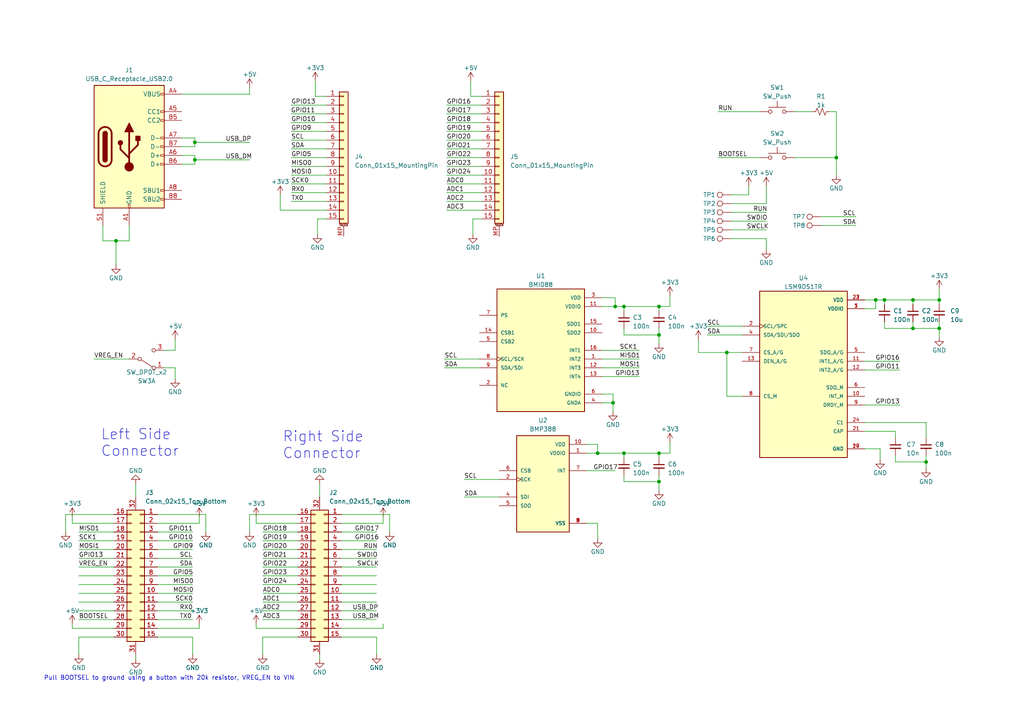
<source format=kicad_sch>
(kicad_sch (version 20230121) (generator eeschema)
  (paper "A4")
  (lib_symbols
    (symbol "BMI088:BMI088" (pin_names (offset 1.016))
      (property "Reference" "U" (at -12.7 18.415 0))
      (property "Value" "BMI088" (at -12.7 -20.32 0))
      (symbol "BMI088_0_0"
        (rectangle (start -12.7 -17.78) (end 12.7 17.78) (stroke (width 0.254)) (fill (type background)))
        (pin bidirectional line (at 17.78 -2.54 180) (length 5.08) (name "INT2") (number "1"))
        (pin output line (at 17.78 5.08 180) (length 5.08) (name "SDO2") (number "10"))
        (pin power_in line (at 17.78 12.7 180) (length 5.08) (name "VDDIO") (number "11"))
        (pin bidirectional line (at 17.78 -5.08 180) (length 5.08) (name "INT3") (number "12"))
        (pin bidirectional line (at 17.78 -7.62 180) (length 5.08) (name "INT4") (number "13"))
        (pin input line (at -17.78 5.08 0) (length 5.08) (name "CSB1") (number "14"))
        (pin output line (at 17.78 7.62 180) (length 5.08) (name "SDO1") (number "15"))
        (pin bidirectional line (at 17.78 0 180) (length 5.08) (name "INT1") (number "16"))
        (pin passive line (at -17.78 -10.16 0) (length 5.08) (name "NC") (number "2"))
        (pin power_in line (at 17.78 15.24 180) (length 5.08) (name "VDD") (number "3"))
        (pin power_in line (at 17.78 -15.24 180) (length 5.08) (name "GNDA") (number "4"))
        (pin input line (at -17.78 2.54 0) (length 5.08) (name "CSB2") (number "5"))
        (pin power_in line (at 17.78 -12.7 180) (length 5.08) (name "GNDIO") (number "6"))
        (pin input line (at -17.78 10.16 0) (length 5.08) (name "PS") (number "7"))
        (pin input clock (at -17.78 -2.54 0) (length 5.08) (name "SCL/SCK") (number "8"))
        (pin bidirectional line (at -17.78 -5.08 0) (length 5.08) (name "SDA/SDI") (number "9"))
      )
    )
    (symbol "BMP388:BMP388" (pin_names (offset 1.016))
      (property "Reference" "U" (at -7.6281 15.2562 0))
      (property "Value" "BMP388" (at -7.6268 -15.2536 0))
      (symbol "BMP388_0_0"
        (rectangle (start -7.62 -12.7) (end 7.62 15.24) (stroke (width 0.254)) (fill (type background)))
        (pin power_in line (at 12.7 10.16 180) (length 5.08) (name "VDDIO") (number "1"))
        (pin power_in line (at 12.7 12.7 180) (length 5.08) (name "VDD") (number "10"))
        (pin input clock (at -12.7 2.54 0) (length 5.08) (name "SCK") (number "2"))
        (pin power_in line (at 12.7 -10.16 180) (length 5.08) (name "VSS") (number "3"))
        (pin bidirectional line (at -12.7 -2.54 0) (length 5.08) (name "SDI") (number "4"))
        (pin bidirectional line (at -12.7 -5.08 0) (length 5.08) (name "SDO") (number "5"))
        (pin input line (at -12.7 5.08 0) (length 5.08) (name "CSB") (number "6"))
        (pin output line (at 12.7 5.08 180) (length 5.08) (name "INT") (number "7"))
        (pin power_in line (at 12.7 -10.16 180) (length 5.08) (name "VSS") (number "8"))
        (pin power_in line (at 12.7 -10.16 180) (length 5.08) (name "VSS") (number "9"))
      )
    )
    (symbol "Connector:TestPoint" (pin_numbers hide) (pin_names (offset 0.762) hide)
      (property "Reference" "TP" (at 0 6.858 0))
      (property "Value" "TestPoint" (at 0 5.08 0))
      (symbol "TestPoint_0_1"
        (circle (center 0 3.302) (radius 0.762))
      )
      (symbol "TestPoint_1_1"
        (pin passive line (at 0 0 90) (length 2.54) (name "1") (number "1"))
      )
    )
    (symbol "Connector:USB_C_Receptacle_USB2.0" (pin_names (offset 1.016))
      (property "Reference" "J" (at -10.16 19.05 0))
      (property "Value" "USB_C_Receptacle_USB2.0" (at 19.05 19.05 0))
      (symbol "USB_C_Receptacle_USB2.0_0_0"
        (rectangle (start -0.254 -17.78) (end 0.254 -16.764))
        (rectangle (start 10.16 -14.986) (end 9.144 -15.494))
        (rectangle (start 10.16 -12.446) (end 9.144 -12.954))
        (rectangle (start 10.16 -4.826) (end 9.144 -5.334))
        (rectangle (start 10.16 -2.286) (end 9.144 -2.794))
        (rectangle (start 10.16 0.254) (end 9.144 -0.254))
        (rectangle (start 10.16 2.794) (end 9.144 2.286))
        (rectangle (start 10.16 7.874) (end 9.144 7.366))
        (rectangle (start 10.16 10.414) (end 9.144 9.906))
        (rectangle (start 10.16 15.494) (end 9.144 14.986))
      )
      (symbol "USB_C_Receptacle_USB2.0_0_1"
        (rectangle (start -10.16 17.78) (end 10.16 -17.78) (stroke (width 0.254)) (fill (type background)))
        (arc (start -8.89 -3.81) (mid -6.985 -5.7067) (end -5.08 -3.81) (stroke (width 0.508)))
        (arc (start -7.62 -3.81) (mid -6.985 -4.4423) (end -6.35 -3.81) (stroke (width 0.254)))
        (arc (start -7.62 -3.81) (mid -6.985 -4.4423) (end -6.35 -3.81) (stroke (width 0.254)) (fill (type outline)))
        (rectangle (start -7.62 -3.81) (end -6.35 3.81) (stroke (width 0.254)) (fill (type outline)))
        (arc (start -6.35 3.81) (mid -6.985 4.4423) (end -7.62 3.81) (stroke (width 0.254)))
        (arc (start -6.35 3.81) (mid -6.985 4.4423) (end -7.62 3.81) (stroke (width 0.254)) (fill (type outline)))
        (arc (start -5.08 3.81) (mid -6.985 5.7067) (end -8.89 3.81) (stroke (width 0.508)))
        (circle (center -2.54 1.143) (radius 0.635) (stroke (width 0.254)) (fill (type outline)))
        (circle (center 0 -5.842) (radius 1.27) (fill (type outline)))
        (polyline (pts (xy -8.89 -3.81) (xy -8.89 3.81)) (stroke (width 0.508)))
        (polyline (pts (xy -5.08 3.81) (xy -5.08 -3.81)) (stroke (width 0.508)))
        (polyline (pts (xy 0 -5.842) (xy 0 4.318)) (stroke (width 0.508)))
        (polyline (pts (xy 0 -3.302) (xy -2.54 -0.762) (xy -2.54 0.508)) (stroke (width 0.508)))
        (polyline (pts (xy 0 -2.032) (xy 2.54 0.508) (xy 2.54 1.778)) (stroke (width 0.508)))
        (polyline (pts (xy -1.27 4.318) (xy 0 6.858) (xy 1.27 4.318) (xy -1.27 4.318)) (stroke (width 0.254)) (fill (type outline)))
        (rectangle (start 1.905 1.778) (end 3.175 3.048) (stroke (width 0.254)) (fill (type outline)))
      )
      (symbol "USB_C_Receptacle_USB2.0_1_1"
        (pin passive line (at 0 -22.86 90) (length 5.08) (name "GND") (number "A1"))
        (pin passive line (at 0 -22.86 90) (length 5.08) hide (name "GND") (number "A12"))
        (pin passive line (at 15.24 15.24 180) (length 5.08) (name "VBUS") (number "A4"))
        (pin bidirectional line (at 15.24 10.16 180) (length 5.08) (name "CC1") (number "A5"))
        (pin bidirectional line (at 15.24 -2.54 180) (length 5.08) (name "D+") (number "A6"))
        (pin bidirectional line (at 15.24 2.54 180) (length 5.08) (name "D-") (number "A7"))
        (pin bidirectional line (at 15.24 -12.7 180) (length 5.08) (name "SBU1") (number "A8"))
        (pin passive line (at 15.24 15.24 180) (length 5.08) hide (name "VBUS") (number "A9"))
        (pin passive line (at 0 -22.86 90) (length 5.08) hide (name "GND") (number "B1"))
        (pin passive line (at 0 -22.86 90) (length 5.08) hide (name "GND") (number "B12"))
        (pin passive line (at 15.24 15.24 180) (length 5.08) hide (name "VBUS") (number "B4"))
        (pin bidirectional line (at 15.24 7.62 180) (length 5.08) (name "CC2") (number "B5"))
        (pin bidirectional line (at 15.24 -5.08 180) (length 5.08) (name "D+") (number "B6"))
        (pin bidirectional line (at 15.24 0 180) (length 5.08) (name "D-") (number "B7"))
        (pin bidirectional line (at 15.24 -15.24 180) (length 5.08) (name "SBU2") (number "B8"))
        (pin passive line (at 15.24 15.24 180) (length 5.08) hide (name "VBUS") (number "B9"))
        (pin passive line (at -7.62 -22.86 90) (length 5.08) (name "SHIELD") (number "S1"))
      )
    )
    (symbol "Connector_Generic_MountingPin:Conn_01x15_MountingPin" (pin_names (offset 1.016) hide)
      (property "Reference" "J" (at 0 20.32 0))
      (property "Value" "Conn_01x15_MountingPin" (at 1.27 -20.32 0))
      (symbol "Conn_01x15_MountingPin_1_1"
        (rectangle (start -1.27 -17.653) (end 0 -17.907) (stroke (width 0.1524)))
        (rectangle (start -1.27 -15.113) (end 0 -15.367) (stroke (width 0.1524)))
        (rectangle (start -1.27 -12.573) (end 0 -12.827) (stroke (width 0.1524)))
        (rectangle (start -1.27 -10.033) (end 0 -10.287) (stroke (width 0.1524)))
        (rectangle (start -1.27 -7.493) (end 0 -7.747) (stroke (width 0.1524)))
        (rectangle (start -1.27 -4.953) (end 0 -5.207) (stroke (width 0.1524)))
        (rectangle (start -1.27 -2.413) (end 0 -2.667) (stroke (width 0.1524)))
        (rectangle (start -1.27 0.127) (end 0 -0.127) (stroke (width 0.1524)))
        (rectangle (start -1.27 2.667) (end 0 2.413) (stroke (width 0.1524)))
        (rectangle (start -1.27 5.207) (end 0 4.953) (stroke (width 0.1524)))
        (rectangle (start -1.27 7.747) (end 0 7.493) (stroke (width 0.1524)))
        (rectangle (start -1.27 10.287) (end 0 10.033) (stroke (width 0.1524)))
        (rectangle (start -1.27 12.827) (end 0 12.573) (stroke (width 0.1524)))
        (rectangle (start -1.27 15.367) (end 0 15.113) (stroke (width 0.1524)))
        (rectangle (start -1.27 17.907) (end 0 17.653) (stroke (width 0.1524)))
        (rectangle (start -1.27 19.05) (end 1.27 -19.05) (stroke (width 0.254)) (fill (type background)))
        (polyline (pts (xy -1.016 -19.812) (xy 1.016 -19.812)) (stroke (width 0.1524)))
        (text "Mounting" (at 0 -19.431 0) (effects (font (size 0.381 0.381))))
        (pin passive line (at -5.08 17.78 0) (length 3.81) (name "Pin_1") (number "1"))
        (pin passive line (at -5.08 -5.08 0) (length 3.81) (name "Pin_10") (number "10"))
        (pin passive line (at -5.08 -7.62 0) (length 3.81) (name "Pin_11") (number "11"))
        (pin passive line (at -5.08 -10.16 0) (length 3.81) (name "Pin_12") (number "12"))
        (pin passive line (at -5.08 -12.7 0) (length 3.81) (name "Pin_13") (number "13"))
        (pin passive line (at -5.08 -15.24 0) (length 3.81) (name "Pin_14") (number "14"))
        (pin passive line (at -5.08 -17.78 0) (length 3.81) (name "Pin_15") (number "15"))
        (pin passive line (at -5.08 15.24 0) (length 3.81) (name "Pin_2") (number "2"))
        (pin passive line (at -5.08 12.7 0) (length 3.81) (name "Pin_3") (number "3"))
        (pin passive line (at -5.08 10.16 0) (length 3.81) (name "Pin_4") (number "4"))
        (pin passive line (at -5.08 7.62 0) (length 3.81) (name "Pin_5") (number "5"))
        (pin passive line (at -5.08 5.08 0) (length 3.81) (name "Pin_6") (number "6"))
        (pin passive line (at -5.08 2.54 0) (length 3.81) (name "Pin_7") (number "7"))
        (pin passive line (at -5.08 0 0) (length 3.81) (name "Pin_8") (number "8"))
        (pin passive line (at -5.08 -2.54 0) (length 3.81) (name "Pin_9") (number "9"))
        (pin passive line (at 0 -22.86 90) (length 3.048) (name "MountPin") (number "MP"))
      )
    )
    (symbol "Customs_Connectors:Conn_02x15_Top_Bottom" (pin_names (offset 1.016) hide)
      (property "Reference" "J" (at 2.54 20.32 0))
      (property "Value" "Conn_02x15_Top_Bottom" (at 1.27 -20.32 0))
      (symbol "Conn_02x15_Top_Bottom_1_1"
        (rectangle (start -1.27 -19.05) (end 3.81 19.05) (stroke (width 0.254)) (fill (type background)))
        (rectangle (start 0 -17.907) (end -1.27 -17.653) (stroke (width 0.1524)))
        (rectangle (start 0 -15.367) (end -1.27 -15.113) (stroke (width 0.1524)))
        (rectangle (start 0 -12.827) (end -1.27 -12.573) (stroke (width 0.1524)))
        (rectangle (start 0 -10.287) (end -1.27 -10.033) (stroke (width 0.1524)))
        (rectangle (start 0 -7.747) (end -1.27 -7.493) (stroke (width 0.1524)))
        (rectangle (start 0 -5.207) (end -1.27 -4.953) (stroke (width 0.1524)))
        (rectangle (start 0 -2.667) (end -1.27 -2.413) (stroke (width 0.1524)))
        (rectangle (start 0 -0.127) (end -1.27 0.127) (stroke (width 0.1524)))
        (rectangle (start 0 2.413) (end -1.27 2.667) (stroke (width 0.1524)))
        (rectangle (start 0 4.953) (end -1.27 5.207) (stroke (width 0.1524)))
        (rectangle (start 0 7.493) (end -1.27 7.747) (stroke (width 0.1524)))
        (rectangle (start 0 10.033) (end -1.27 10.287) (stroke (width 0.1524)))
        (rectangle (start 0 12.573) (end -1.27 12.827) (stroke (width 0.1524)))
        (rectangle (start 0 15.113) (end -1.27 15.367) (stroke (width 0.1524)))
        (rectangle (start 0 17.653) (end -1.27 17.907) (stroke (width 0.1524)))
        (rectangle (start 2.54 -17.907) (end 3.81 -17.653) (stroke (width 0.1524)))
        (rectangle (start 2.54 -15.367) (end 3.81 -15.113) (stroke (width 0.1524)))
        (rectangle (start 2.54 -12.827) (end 3.81 -12.573) (stroke (width 0.1524)))
        (rectangle (start 2.54 -10.287) (end 3.81 -10.033) (stroke (width 0.1524)))
        (rectangle (start 2.54 -7.747) (end 3.81 -7.493) (stroke (width 0.1524)))
        (rectangle (start 2.54 -5.207) (end 3.81 -4.953) (stroke (width 0.1524)))
        (rectangle (start 2.54 -2.667) (end 3.81 -2.413) (stroke (width 0.1524)))
        (rectangle (start 2.54 -0.127) (end 3.81 0.127) (stroke (width 0.1524)))
        (rectangle (start 2.54 2.413) (end 3.81 2.667) (stroke (width 0.1524)))
        (rectangle (start 2.54 4.953) (end 3.81 5.207) (stroke (width 0.1524)))
        (rectangle (start 2.54 7.493) (end 3.81 7.747) (stroke (width 0.1524)))
        (rectangle (start 2.54 10.033) (end 3.81 10.287) (stroke (width 0.1524)))
        (rectangle (start 2.54 12.573) (end 3.81 12.827) (stroke (width 0.1524)))
        (rectangle (start 2.54 15.113) (end 3.81 15.367) (stroke (width 0.1524)))
        (rectangle (start 2.54 17.653) (end 3.81 17.907) (stroke (width 0.1524)))
        (pin passive line (at 7.62 17.78 180) (length 3.81) (name "Pin_1") (number "1"))
        (pin passive line (at 7.62 -5.08 180) (length 3.81) (name "Pin_10") (number "10"))
        (pin passive line (at 7.62 -7.62 180) (length 3.81) (name "Pin_11") (number "11"))
        (pin passive line (at 7.62 -10.16 180) (length 3.81) (name "Pin_12") (number "12"))
        (pin passive line (at 7.62 -12.7 180) (length 3.81) (name "Pin_13") (number "13"))
        (pin passive line (at 7.62 -15.24 180) (length 3.81) (name "Pin_14") (number "14"))
        (pin passive line (at 7.62 -17.78 180) (length 3.81) (name "Pin_15") (number "15"))
        (pin passive line (at -5.08 17.78 0) (length 3.81) (name "Pin_16") (number "16"))
        (pin passive line (at -5.08 15.24 0) (length 3.81) (name "Pin_17") (number "17"))
        (pin passive line (at -5.08 12.7 0) (length 3.81) (name "Pin_18") (number "18"))
        (pin passive line (at -5.08 10.16 0) (length 3.81) (name "Pin_19") (number "19"))
        (pin passive line (at 7.62 15.24 180) (length 3.81) (name "Pin_2") (number "2"))
        (pin passive line (at -5.08 7.62 0) (length 3.81) (name "Pin_20") (number "20"))
        (pin passive line (at -5.08 5.08 0) (length 3.81) (name "Pin_21") (number "21"))
        (pin passive line (at -5.08 2.54 0) (length 3.81) (name "Pin_22") (number "22"))
        (pin passive line (at -5.08 0 0) (length 3.81) (name "Pin_23") (number "23"))
        (pin passive line (at -5.08 -2.54 0) (length 3.81) (name "Pin_24") (number "24"))
        (pin passive line (at -5.08 -5.08 0) (length 3.81) (name "Pin_25") (number "25"))
        (pin passive line (at -5.08 -7.62 0) (length 3.81) (name "Pin_26") (number "26"))
        (pin passive line (at -5.08 -10.16 0) (length 3.81) (name "Pin_27") (number "27"))
        (pin passive line (at -5.08 -12.7 0) (length 3.81) (name "Pin_28") (number "28"))
        (pin passive line (at -5.08 -15.24 0) (length 3.81) (name "Pin_29") (number "29"))
        (pin passive line (at 7.62 12.7 180) (length 3.81) (name "Pin_3") (number "3"))
        (pin passive line (at -5.08 -17.78 0) (length 3.81) (name "Pin_30") (number "30"))
        (pin passive line (at 1.27 -22.86 90) (length 3.81) (name "Pin_30") (number "31"))
        (pin passive line (at 1.27 22.86 270) (length 3.81) (name "Pin_30") (number "32"))
        (pin passive line (at 7.62 10.16 180) (length 3.81) (name "Pin_4") (number "4"))
        (pin passive line (at 7.62 7.62 180) (length 3.81) (name "Pin_5") (number "5"))
        (pin passive line (at 7.62 5.08 180) (length 3.81) (name "Pin_6") (number "6"))
        (pin passive line (at 7.62 2.54 180) (length 3.81) (name "Pin_7") (number "7"))
        (pin passive line (at 7.62 0 180) (length 3.81) (name "Pin_8") (number "8"))
        (pin passive line (at 7.62 -2.54 180) (length 3.81) (name "Pin_9") (number "9"))
      )
    )
    (symbol "Device:C_Small" (pin_numbers hide) (pin_names (offset 0.254) hide)
      (property "Reference" "C" (at 0.254 1.778 0))
      (property "Value" "C_Small" (at 0.254 -2.032 0))
      (symbol "C_Small_0_1"
        (polyline (pts (xy -1.524 -0.508) (xy 1.524 -0.508)) (stroke (width 0.3302)))
        (polyline (pts (xy -1.524 0.508) (xy 1.524 0.508)) (stroke (width 0.3048)))
      )
      (symbol "C_Small_1_1"
        (pin passive line (at 0 2.54 270) (length 2.032) (name "~") (number "1"))
        (pin passive line (at 0 -2.54 90) (length 2.032) (name "~") (number "2"))
      )
    )
    (symbol "Device:R_Small_US" (pin_numbers hide) (pin_names (offset 0.254) hide)
      (property "Reference" "R" (at 0.762 0.508 0))
      (property "Value" "R_Small_US" (at 0.762 -1.016 0))
      (symbol "R_Small_US_1_1"
        (polyline (pts (xy 0 0) (xy 1.016 -0.381) (xy 0 -0.762) (xy -1.016 -1.143) (xy 0 -1.524)))
        (polyline (pts (xy 0 1.524) (xy 1.016 1.143) (xy 0 0.762) (xy -1.016 0.381) (xy 0 0)))
        (pin passive line (at 0 2.54 270) (length 1.016) (name "~") (number "1"))
        (pin passive line (at 0 -2.54 90) (length 1.016) (name "~") (number "2"))
      )
    )
    (symbol "LSM9DS1TR:LSM9DS1TR" (pin_names (offset 1.016))
      (property "Reference" "U" (at -12.7213 26.0786 0))
      (property "Value" "LSM9DS1TR" (at -12.7214 -25.4427 0))
      (symbol "LSM9DS1TR_0_0"
        (rectangle (start -12.7 -22.86) (end 12.7 25.4) (stroke (width 0.254)) (fill (type background)))
        (pin power_in line (at 17.78 20.32 180) (length 5.08) (name "VDDIO") (number "1"))
        (pin output line (at 17.78 -5.08 180) (length 5.08) (name "INT_M") (number "10"))
        (pin output line (at 17.78 5.08 180) (length 5.08) (name "INT1_A/G") (number "11"))
        (pin output line (at 17.78 2.54 180) (length 5.08) (name "INT2_A/G") (number "12"))
        (pin input line (at -17.78 5.08 0) (length 5.08) (name "DEN_A/G") (number "13"))
        (pin power_in line (at 17.78 -20.32 180) (length 5.08) (name "GND") (number "19"))
        (pin input clock (at -17.78 15.24 0) (length 5.08) (name "SCL/SPC") (number "2"))
        (pin power_in line (at 17.78 -20.32 180) (length 5.08) (name "GND") (number "20"))
        (pin passive line (at 17.78 -15.24 180) (length 5.08) (name "CAP") (number "21"))
        (pin power_in line (at 17.78 22.86 180) (length 5.08) (name "VDD") (number "22"))
        (pin power_in line (at 17.78 22.86 180) (length 5.08) (name "VDD") (number "23"))
        (pin passive line (at 17.78 -12.7 180) (length 5.08) (name "C1") (number "24"))
        (pin power_in line (at 17.78 20.32 180) (length 5.08) (name "VDDIO") (number "3"))
        (pin bidirectional line (at -17.78 12.7 0) (length 5.08) (name "SDA/SDI/SDO") (number "4"))
        (pin output line (at 17.78 7.62 180) (length 5.08) (name "SDO_A/G") (number "5"))
        (pin output line (at 17.78 -2.54 180) (length 5.08) (name "SDO_M") (number "6"))
        (pin input line (at -17.78 7.62 0) (length 5.08) (name "CS_A/G") (number "7"))
        (pin input line (at -17.78 -5.08 0) (length 5.08) (name "CS_M") (number "8"))
        (pin output line (at 17.78 -7.62 180) (length 5.08) (name "DRDY_M") (number "9"))
      )
    )
    (symbol "Switch:SW_DPDT_x2" (pin_names (offset 0) hide)
      (property "Reference" "SW" (at 0 4.318 0))
      (property "Value" "SW_DPDT_x2" (at 0 -5.08 0))
      (symbol "SW_DPDT_x2_0_0"
        (circle (center -2.032 0) (radius 0.508))
        (circle (center 2.032 -2.54) (radius 0.508))
      )
      (symbol "SW_DPDT_x2_0_1"
        (polyline (pts (xy -1.524 0.254) (xy 1.651 2.286)))
        (circle (center 2.032 2.54) (radius 0.508))
      )
      (symbol "SW_DPDT_x2_1_1"
        (pin passive line (at 5.08 2.54 180) (length 2.54) (name "A") (number "1"))
        (pin passive line (at -5.08 0 0) (length 2.54) (name "B") (number "2"))
        (pin passive line (at 5.08 -2.54 180) (length 2.54) (name "C") (number "3"))
      )
      (symbol "SW_DPDT_x2_2_1"
        (pin passive line (at 5.08 2.54 180) (length 2.54) (name "A") (number "4"))
        (pin passive line (at -5.08 0 0) (length 2.54) (name "B") (number "5"))
        (pin passive line (at 5.08 -2.54 180) (length 2.54) (name "C") (number "6"))
      )
    )
    (symbol "Switch:SW_Push" (pin_numbers hide) (pin_names (offset 1.016) hide)
      (property "Reference" "SW" (at 1.27 2.54 0))
      (property "Value" "SW_Push" (at 0 -1.524 0))
      (symbol "SW_Push_0_1"
        (circle (center -2.032 0) (radius 0.508))
        (polyline (pts (xy 0 1.27) (xy 0 3.048)))
        (polyline (pts (xy 2.54 1.27) (xy -2.54 1.27)))
        (circle (center 2.032 0) (radius 0.508))
        (pin passive line (at -5.08 0 0) (length 2.54) (name "1") (number "1"))
        (pin passive line (at 5.08 0 180) (length 2.54) (name "2") (number "2"))
      )
    )
    (symbol "power:+3.3V" (power) (pin_names (offset 0))
      (property "Value" "+3.3V" (at 0 3.556 0))
      (symbol "+3.3V_0_1"
        (polyline (pts (xy -0.762 1.27) (xy 0 2.54)))
        (polyline (pts (xy 0 0) (xy 0 2.54)))
        (polyline (pts (xy 0 2.54) (xy 0.762 1.27)))
      )
      (symbol "+3.3V_1_1"
        (pin power_in line (at 0 0 90) (length 0) hide (name "+3V3") (number "1"))
      )
    )
    (symbol "power:+5V" (power) (pin_names (offset 0))
      (property "Value" "+5V" (at 0 3.556 0))
      (symbol "+5V_0_1"
        (polyline (pts (xy -0.762 1.27) (xy 0 2.54)))
        (polyline (pts (xy 0 0) (xy 0 2.54)))
        (polyline (pts (xy 0 2.54) (xy 0.762 1.27)))
      )
      (symbol "+5V_1_1"
        (pin power_in line (at 0 0 90) (length 0) hide (name "+5V") (number "1"))
      )
    )
    (symbol "power:GND" (power) (pin_names (offset 0))
      (property "Value" "GND" (at 0 -3.81 0))
      (symbol "GND_0_1"
        (polyline (pts (xy 0 0) (xy 0 -1.27) (xy 1.27 -1.27) (xy 0 -2.54) (xy -1.27 -1.27) (xy 0 -1.27)))
      )
      (symbol "GND_1_1"
        (pin power_in line (at 0 0 270) (length 0) hide (name "GND") (number "1"))
      )
    )
  )
  (junction (at 264.795 95.25))
  (junction (at 177.8 116.84))
  (junction (at 210.82 102.235))
  (junction (at 242.57 45.72))
  (junction (at 33.655 69.85))
  (junction (at 268.605 133.985))
  (junction (at 256.54 86.995))
  (junction (at 178.435 88.9))
  (junction (at 180.975 131.445))
  (junction (at 191.135 88.9))
  (junction (at 173.355 131.445))
  (junction (at 191.135 139.7))
  (junction (at 191.135 97.155))
  (junction (at 254 86.995))
  (junction (at 272.415 86.995))
  (junction (at 272.415 95.25))
  (junction (at 191.135 131.445))
  (junction (at 264.795 86.995))
  (junction (at 180.975 88.9))
  (junction (at 56.515 46.355))
  (junction (at 56.515 41.275))
  (wire (pts (xy 56.515 42.545) (xy 56.515 41.275)))
  (wire (pts (xy 250.825 130.175) (xy 255.27 130.175)))
  (wire (pts (xy 217.17 53.975) (xy 217.17 56.515)))
  (wire (pts (xy 174.625 104.14) (xy 185.42 104.14)))
  (wire (pts (xy 134.62 139.065) (xy 144.78 139.065)))
  (wire (pts (xy 20.955 182.245) (xy 33.02 182.245)))
  (wire (pts (xy 240.665 32.385) (xy 242.57 32.385)))
  (wire (pts (xy 20.955 151.765) (xy 33.02 151.765)))
  (wire (pts (xy 91.44 27.94) (xy 94.615 27.94)))
  (wire (pts (xy 99.06 177.165) (xy 109.22 177.165)))
  (wire (pts (xy 22.86 156.845) (xy 33.02 156.845)))
  (wire (pts (xy 74.295 182.245) (xy 86.36 182.245)))
  (wire (pts (xy 210.82 114.935) (xy 215.265 114.935)))
  (wire (pts (xy 57.785 149.86) (xy 57.785 151.765)))
  (wire (pts (xy 81.28 56.515) (xy 81.28 60.96)))
  (wire (pts (xy 254 86.995) (xy 254 89.535)))
  (wire (pts (xy 56.515 46.355) (xy 72.39 46.355)))
  (wire (pts (xy 52.705 27.305) (xy 72.39 27.305)))
  (wire (pts (xy 45.72 179.705) (xy 55.88 179.705)))
  (wire (pts (xy 111.125 149.86) (xy 111.125 151.765)))
  (wire (pts (xy 99.06 179.705) (xy 109.22 179.705)))
  (wire (pts (xy 128.905 104.14) (xy 139.065 104.14)))
  (wire (pts (xy 76.2 167.005) (xy 86.36 167.005)))
  (wire (pts (xy 39.37 189.865) (xy 39.37 191.135)))
  (wire (pts (xy 22.86 164.465) (xy 33.02 164.465)))
  (wire (pts (xy 76.2 184.785) (xy 86.36 184.785)))
  (wire (pts (xy 76.2 174.625) (xy 86.36 174.625)))
  (wire (pts (xy 45.72 172.085) (xy 55.88 172.085)))
  (wire (pts (xy 22.86 161.925) (xy 33.02 161.925)))
  (wire (pts (xy 194.31 85.725) (xy 194.31 88.9)))
  (wire (pts (xy 250.825 122.555) (xy 268.605 122.555)))
  (wire (pts (xy 52.705 42.545) (xy 56.515 42.545)))
  (wire (pts (xy 19.05 149.225) (xy 33.02 149.225)))
  (wire (pts (xy 205.105 94.615) (xy 215.265 94.615)))
  (wire (pts (xy 129.54 50.8) (xy 139.7 50.8)))
  (wire (pts (xy 177.8 116.84) (xy 177.8 119.38)))
  (wire (pts (xy 250.825 125.095) (xy 259.715 125.095)))
  (wire (pts (xy 94.615 60.96) (xy 81.28 60.96)))
  (wire (pts (xy 170.18 128.905) (xy 173.355 128.905)))
  (wire (pts (xy 76.2 172.085) (xy 86.36 172.085)))
  (wire (pts (xy 45.72 182.245) (xy 57.785 182.245)))
  (wire (pts (xy 212.09 66.675) (xy 222.25 66.675)))
  (wire (pts (xy 272.415 83.82) (xy 272.415 86.995)))
  (wire (pts (xy 191.135 131.445) (xy 191.135 132.715)))
  (wire (pts (xy 50.8 98.425) (xy 50.8 101.6)))
  (wire (pts (xy 191.135 139.7) (xy 191.135 137.795)))
  (wire (pts (xy 178.435 88.9) (xy 178.435 86.36)))
  (wire (pts (xy 99.06 167.005) (xy 109.22 167.005)))
  (wire (pts (xy 173.355 151.765) (xy 173.355 156.21)))
  (wire (pts (xy 99.06 149.225) (xy 113.03 149.225)))
  (wire (pts (xy 173.355 131.445) (xy 180.975 131.445)))
  (wire (pts (xy 202.565 102.235) (xy 210.82 102.235)))
  (wire (pts (xy 256.54 86.995) (xy 264.795 86.995)))
  (wire (pts (xy 45.72 159.385) (xy 55.88 159.385)))
  (wire (pts (xy 254 86.995) (xy 256.54 86.995)))
  (wire (pts (xy 174.625 109.22) (xy 185.42 109.22)))
  (wire (pts (xy 212.09 61.595) (xy 222.25 61.595)))
  (wire (pts (xy 178.435 88.9) (xy 180.975 88.9)))
  (wire (pts (xy 22.86 154.305) (xy 33.02 154.305)))
  (wire (pts (xy 92.71 189.865) (xy 92.71 191.135)))
  (wire (pts (xy 129.54 48.26) (xy 139.7 48.26)))
  (wire (pts (xy 242.57 45.72) (xy 242.57 50.8)))
  (wire (pts (xy 76.2 164.465) (xy 86.36 164.465)))
  (wire (pts (xy 37.465 69.85) (xy 33.655 69.85)))
  (wire (pts (xy 191.135 97.155) (xy 191.135 95.25)))
  (wire (pts (xy 180.975 88.9) (xy 180.975 90.17)))
  (wire (pts (xy 170.18 136.525) (xy 178.435 136.525)))
  (wire (pts (xy 129.54 53.34) (xy 139.7 53.34)))
  (wire (pts (xy 136.525 23.495) (xy 136.525 27.94)))
  (wire (pts (xy 27.305 104.14) (xy 37.465 104.14)))
  (wire (pts (xy 208.28 32.385) (xy 220.345 32.385)))
  (wire (pts (xy 174.625 101.6) (xy 185.42 101.6)))
  (wire (pts (xy 202.565 98.425) (xy 202.565 102.235)))
  (wire (pts (xy 264.795 95.25) (xy 264.795 93.345)))
  (wire (pts (xy 76.2 179.705) (xy 86.36 179.705)))
  (wire (pts (xy 22.86 169.545) (xy 33.02 169.545)))
  (wire (pts (xy 99.06 172.085) (xy 109.22 172.085)))
  (wire (pts (xy 37.465 65.405) (xy 37.465 69.85)))
  (wire (pts (xy 33.655 69.85) (xy 33.655 76.835)))
  (wire (pts (xy 84.455 40.64) (xy 94.615 40.64)))
  (wire (pts (xy 76.2 177.165) (xy 86.36 177.165)))
  (wire (pts (xy 180.975 139.7) (xy 191.135 139.7)))
  (wire (pts (xy 230.505 32.385) (xy 235.585 32.385)))
  (wire (pts (xy 84.455 50.8) (xy 94.615 50.8)))
  (wire (pts (xy 56.515 41.275) (xy 56.515 40.005)))
  (wire (pts (xy 45.72 154.305) (xy 55.88 154.305)))
  (wire (pts (xy 55.88 184.785) (xy 55.88 189.865)))
  (wire (pts (xy 129.54 30.48) (xy 139.7 30.48)))
  (wire (pts (xy 180.975 95.25) (xy 180.975 97.155)))
  (wire (pts (xy 99.06 154.305) (xy 109.22 154.305)))
  (wire (pts (xy 74.295 149.86) (xy 74.295 151.765)))
  (wire (pts (xy 99.06 161.925) (xy 109.22 161.925)))
  (wire (pts (xy 129.54 43.18) (xy 139.7 43.18)))
  (wire (pts (xy 91.44 23.495) (xy 91.44 27.94)))
  (wire (pts (xy 84.455 45.72) (xy 94.615 45.72)))
  (wire (pts (xy 47.625 101.6) (xy 50.8 101.6)))
  (wire (pts (xy 272.415 95.25) (xy 272.415 97.79)))
  (wire (pts (xy 170.18 131.445) (xy 173.355 131.445)))
  (wire (pts (xy 136.525 27.94) (xy 139.7 27.94)))
  (wire (pts (xy 177.8 114.3) (xy 177.8 116.84)))
  (wire (pts (xy 84.455 43.18) (xy 94.615 43.18)))
  (wire (pts (xy 215.265 102.235) (xy 210.82 102.235)))
  (wire (pts (xy 84.455 35.56) (xy 94.615 35.56)))
  (wire (pts (xy 99.06 182.245) (xy 111.125 182.245)))
  (wire (pts (xy 174.625 86.36) (xy 178.435 86.36)))
  (wire (pts (xy 76.2 154.305) (xy 86.36 154.305)))
  (wire (pts (xy 238.125 62.865) (xy 248.285 62.865)))
  (wire (pts (xy 129.54 35.56) (xy 139.7 35.56)))
  (wire (pts (xy 230.505 45.72) (xy 242.57 45.72)))
  (wire (pts (xy 45.72 149.225) (xy 59.69 149.225)))
  (wire (pts (xy 272.415 86.995) (xy 272.415 88.265)))
  (wire (pts (xy 191.135 131.445) (xy 194.31 131.445)))
  (wire (pts (xy 99.06 156.845) (xy 109.22 156.845)))
  (wire (pts (xy 99.06 169.545) (xy 109.22 169.545)))
  (wire (pts (xy 76.2 156.845) (xy 86.36 156.845)))
  (wire (pts (xy 84.455 48.26) (xy 94.615 48.26)))
  (wire (pts (xy 99.06 151.765) (xy 111.125 151.765)))
  (wire (pts (xy 84.455 58.42) (xy 94.615 58.42)))
  (wire (pts (xy 268.605 122.555) (xy 268.605 127)))
  (wire (pts (xy 205.105 97.155) (xy 215.265 97.155)))
  (wire (pts (xy 84.455 38.1) (xy 94.615 38.1)))
  (wire (pts (xy 255.27 130.175) (xy 255.27 133.35)))
  (wire (pts (xy 259.715 132.08) (xy 259.715 133.985)))
  (wire (pts (xy 45.72 177.165) (xy 55.88 177.165)))
  (wire (pts (xy 111.125 182.245) (xy 111.125 180.975)))
  (wire (pts (xy 72.39 149.225) (xy 72.39 154.305)))
  (wire (pts (xy 129.54 60.96) (xy 139.7 60.96)))
  (wire (pts (xy 76.2 161.925) (xy 86.36 161.925)))
  (wire (pts (xy 260.985 104.775) (xy 250.825 104.775)))
  (wire (pts (xy 22.86 184.785) (xy 33.02 184.785)))
  (wire (pts (xy 22.86 172.085) (xy 33.02 172.085)))
  (wire (pts (xy 208.28 45.72) (xy 220.345 45.72)))
  (wire (pts (xy 20.955 149.86) (xy 20.955 151.765)))
  (wire (pts (xy 74.295 180.975) (xy 74.295 182.245)))
  (wire (pts (xy 45.72 164.465) (xy 55.88 164.465)))
  (wire (pts (xy 22.86 159.385) (xy 33.02 159.385)))
  (wire (pts (xy 57.785 182.245) (xy 57.785 180.975)))
  (wire (pts (xy 22.86 179.705) (xy 33.02 179.705)))
  (wire (pts (xy 174.625 116.84) (xy 177.8 116.84)))
  (wire (pts (xy 242.57 32.385) (xy 242.57 45.72)))
  (wire (pts (xy 45.72 161.925) (xy 55.88 161.925)))
  (wire (pts (xy 92.71 140.335) (xy 92.71 144.145)))
  (wire (pts (xy 259.715 125.095) (xy 259.715 127)))
  (wire (pts (xy 129.54 38.1) (xy 139.7 38.1)))
  (wire (pts (xy 76.2 169.545) (xy 86.36 169.545)))
  (wire (pts (xy 39.37 140.335) (xy 39.37 144.145)))
  (wire (pts (xy 45.72 184.785) (xy 55.88 184.785)))
  (wire (pts (xy 260.985 107.315) (xy 250.825 107.315)))
  (wire (pts (xy 264.795 86.995) (xy 272.415 86.995)))
  (wire (pts (xy 191.135 88.9) (xy 194.31 88.9)))
  (wire (pts (xy 129.54 40.64) (xy 139.7 40.64)))
  (wire (pts (xy 180.975 131.445) (xy 180.975 132.715)))
  (wire (pts (xy 29.845 69.85) (xy 29.845 65.405)))
  (wire (pts (xy 59.69 149.225) (xy 59.69 154.305)))
  (wire (pts (xy 56.515 45.085) (xy 56.515 46.355)))
  (wire (pts (xy 56.515 47.625) (xy 52.705 47.625)))
  (wire (pts (xy 264.795 86.995) (xy 264.795 88.265)))
  (wire (pts (xy 180.975 137.795) (xy 180.975 139.7)))
  (wire (pts (xy 94.615 33.02) (xy 84.455 33.02)))
  (wire (pts (xy 94.615 63.5) (xy 92.075 63.5)))
  (wire (pts (xy 45.72 167.005) (xy 55.88 167.005)))
  (wire (pts (xy 256.54 93.345) (xy 256.54 95.25)))
  (wire (pts (xy 134.62 144.145) (xy 144.78 144.145)))
  (wire (pts (xy 129.54 45.72) (xy 139.7 45.72)))
  (wire (pts (xy 128.905 106.68) (xy 139.065 106.68)))
  (wire (pts (xy 74.295 151.765) (xy 86.36 151.765)))
  (wire (pts (xy 268.605 133.985) (xy 268.605 135.89)))
  (wire (pts (xy 212.09 64.135) (xy 222.25 64.135)))
  (wire (pts (xy 45.72 156.845) (xy 55.88 156.845)))
  (wire (pts (xy 222.25 69.215) (xy 222.25 72.39)))
  (wire (pts (xy 191.135 97.155) (xy 191.135 99.695)))
  (wire (pts (xy 99.06 164.465) (xy 109.22 164.465)))
  (wire (pts (xy 109.22 184.785) (xy 109.22 189.865)))
  (wire (pts (xy 259.715 133.985) (xy 268.605 133.985)))
  (wire (pts (xy 272.415 93.345) (xy 272.415 95.25)))
  (wire (pts (xy 180.975 88.9) (xy 191.135 88.9)))
  (wire (pts (xy 56.515 46.355) (xy 56.515 47.625)))
  (wire (pts (xy 256.54 86.995) (xy 256.54 88.265)))
  (wire (pts (xy 194.31 128.27) (xy 194.31 131.445)))
  (wire (pts (xy 22.86 177.165) (xy 33.02 177.165)))
  (wire (pts (xy 84.455 55.88) (xy 94.615 55.88)))
  (wire (pts (xy 76.2 159.385) (xy 86.36 159.385)))
  (wire (pts (xy 129.54 58.42) (xy 139.7 58.42)))
  (wire (pts (xy 56.515 41.275) (xy 72.39 41.275)))
  (wire (pts (xy 45.72 174.625) (xy 55.88 174.625)))
  (wire (pts (xy 212.09 69.215) (xy 222.25 69.215)))
  (wire (pts (xy 137.16 63.5) (xy 137.16 67.945)))
  (wire (pts (xy 52.705 40.005) (xy 56.515 40.005)))
  (wire (pts (xy 222.25 53.975) (xy 222.25 59.055)))
  (wire (pts (xy 250.825 117.475) (xy 260.985 117.475)))
  (wire (pts (xy 33.655 69.85) (xy 29.845 69.85)))
  (wire (pts (xy 52.705 45.085) (xy 56.515 45.085)))
  (wire (pts (xy 174.625 88.9) (xy 178.435 88.9)))
  (wire (pts (xy 173.355 131.445) (xy 173.355 128.905)))
  (wire (pts (xy 254 89.535) (xy 250.825 89.535)))
  (wire (pts (xy 250.825 86.995) (xy 254 86.995)))
  (wire (pts (xy 99.06 184.785) (xy 109.22 184.785)))
  (wire (pts (xy 174.625 106.68) (xy 185.42 106.68)))
  (wire (pts (xy 99.06 159.385) (xy 109.22 159.385)))
  (wire (pts (xy 170.18 151.765) (xy 173.355 151.765)))
  (wire (pts (xy 212.09 59.055) (xy 222.25 59.055)))
  (wire (pts (xy 84.455 30.48) (xy 94.615 30.48)))
  (wire (pts (xy 113.03 149.225) (xy 113.03 154.305)))
  (wire (pts (xy 268.605 133.985) (xy 268.605 132.08)))
  (wire (pts (xy 20.955 180.975) (xy 20.955 182.245)))
  (wire (pts (xy 92.075 63.5) (xy 92.075 67.945)))
  (wire (pts (xy 180.975 131.445) (xy 191.135 131.445)))
  (wire (pts (xy 210.82 102.235) (xy 210.82 114.935)))
  (wire (pts (xy 72.39 25.4) (xy 72.39 27.305)))
  (wire (pts (xy 174.625 114.3) (xy 177.8 114.3)))
  (wire (pts (xy 212.09 56.515) (xy 217.17 56.515)))
  (wire (pts (xy 22.86 184.785) (xy 22.86 189.865)))
  (wire (pts (xy 22.86 167.005) (xy 33.02 167.005)))
  (wire (pts (xy 22.86 174.625) (xy 33.02 174.625)))
  (wire (pts (xy 129.54 55.88) (xy 139.7 55.88)))
  (wire (pts (xy 19.05 149.225) (xy 19.05 154.305)))
  (wire (pts (xy 191.135 139.7) (xy 191.135 142.24)))
  (wire (pts (xy 256.54 95.25) (xy 264.795 95.25)))
  (wire (pts (xy 238.125 65.405) (xy 248.285 65.405)))
  (wire (pts (xy 191.135 88.9) (xy 191.135 90.17)))
  (wire (pts (xy 129.54 33.02) (xy 139.7 33.02)))
  (wire (pts (xy 139.7 63.5) (xy 137.16 63.5)))
  (wire (pts (xy 45.72 151.765) (xy 57.785 151.765)))
  (wire (pts (xy 84.455 53.34) (xy 94.615 53.34)))
  (wire (pts (xy 99.06 174.625) (xy 109.22 174.625)))
  (wire (pts (xy 47.625 106.68) (xy 50.8 106.68)))
  (wire (pts (xy 45.72 169.545) (xy 55.88 169.545)))
  (wire (pts (xy 72.39 149.225) (xy 86.36 149.225)))
  (wire (pts (xy 50.8 106.68) (xy 50.8 109.855)))
  (wire (pts (xy 76.2 184.785) (xy 76.2 189.865)))
  (wire (pts (xy 180.975 97.155) (xy 191.135 97.155)))
  (wire (pts (xy 264.795 95.25) (xy 272.415 95.25)))
  (text "Left Side\nConnector" (at 29.21 132.715 0) (effects (font (size 3 3)) (justify left bottom)))
  (text "Right Side\nConnector" (at 81.915 133.35 0) (effects (font (size 3 3)) (justify left bottom)))
  (text "Pull BOOTSEL to ground using a button with 20k resistor, VREG_EN to VIN\n" (at 12.7 197.485 0) (effects (font (size 1.27 1.27)) (justify left bottom)))
  (label "GPIO10" (at 84.455 35.56 0))
  (label "SCK0" (at 50.8 174.625 0))
  (label "GPIO22" (at 76.2 164.465 0))
  (label "MOSI0" (at 50.165 172.085 0))
  (label "SCL" (at 52.07 161.925 0))
  (label "GPIO17" (at 129.54 33.02 0))
  (label "SDA" (at 128.905 106.68 0))
  (label "SCK1" (at 179.705 101.6 0))
  (label "MISO0" (at 50.165 169.545 0))
  (label "ADC2" (at 129.54 58.42 0))
  (label "GPIO16" (at 260.985 104.775 180))
  (label "SWDIO" (at 216.535 64.135 0))
  (label "USB_DP" (at 102.235 177.165 0))
  (label "GPIO10" (at 48.895 156.845 0))
  (label "VREG_EN" (at 22.86 164.465 0))
  (label "SWCLK" (at 103.505 164.465 0))
  (label "BOOTSEL" (at 208.28 45.72 0))
  (label "SDA" (at 244.475 65.405 0))
  (label "GPIO19" (at 76.2 156.845 0))
  (label "ADC0" (at 129.54 53.34 0))
  (label "GPIO5" (at 50.165 167.005 0))
  (label "RUN" (at 208.28 32.385 0))
  (label "GPIO13" (at 260.985 117.475 180))
  (label "SCL" (at 244.475 62.865 0))
  (label "GPIO24" (at 76.2 169.545 0))
  (label "GPIO11" (at 91.44 33.02 180))
  (label "SCL" (at 205.105 94.615 0))
  (label "GPIO5" (at 84.455 45.72 0))
  (label "GPIO23" (at 76.2 167.005 0))
  (label "TX0" (at 52.07 179.705 0))
  (label "VREG_EN" (at 27.305 104.14 0))
  (label "SCL" (at 128.905 104.14 0))
  (label "GPIO16" (at 129.54 30.48 0))
  (label "GPIO17" (at 102.87 154.305 0))
  (label "ADC2" (at 76.2 177.165 0))
  (label "SCL" (at 84.455 40.64 0))
  (label "GPIO13" (at 22.86 161.925 0))
  (label "GPIO17" (at 172.085 136.525 0))
  (label "BOOTSEL" (at 22.86 179.705 0))
  (label "SDA" (at 84.455 43.18 0))
  (label "GPIO21" (at 76.2 161.925 0))
  (label "GPIO13" (at 84.455 30.48 0))
  (label "GPIO18" (at 76.2 154.305 0))
  (label "TX0" (at 84.455 58.42 0))
  (label "ADC1" (at 129.54 55.88 0))
  (label "SDA" (at 52.07 164.465 0))
  (label "MOSI1" (at 179.705 106.68 0))
  (label "GPIO16" (at 102.87 156.845 0))
  (label "SWDIO" (at 103.505 161.925 0))
  (label "GPIO20" (at 76.2 159.385 0))
  (label "GPIO24" (at 129.54 50.8 0))
  (label "SDA" (at 205.105 97.155 0))
  (label "GPIO11" (at 48.895 154.305 0))
  (label "SCK0" (at 84.455 53.34 0))
  (label "SWCLK" (at 216.535 66.675 0))
  (label "RX0" (at 84.455 55.88 0))
  (label "GPIO20" (at 129.54 40.64 0))
  (label "MOSI1" (at 22.86 159.385 0))
  (label "GPIO19" (at 129.54 38.1 0))
  (label "MOSI0" (at 84.455 50.8 0))
  (label "ADC3" (at 76.2 179.705 0))
  (label "GPIO9" (at 50.165 159.385 0))
  (label "GPIO9" (at 84.455 38.1 0))
  (label "USB_DM" (at 65.405 46.355 0))
  (label "MISO1" (at 22.86 154.305 0))
  (label "SDA" (at 134.62 144.145 0))
  (label "USB_DM" (at 102.235 179.705 0))
  (label "SCK1" (at 22.86 156.845 0))
  (label "ADC3" (at 129.54 60.96 0))
  (label "GPIO11" (at 260.985 107.315 180))
  (label "MISO1" (at 179.705 104.14 0))
  (label "RX0" (at 52.07 177.165 0))
  (label "GPIO21" (at 129.54 43.18 0))
  (label "GPIO13" (at 178.435 109.22 0))
  (label "ADC0" (at 76.2 172.085 0))
  (label "SCL" (at 134.62 139.065 0))
  (label "ADC1" (at 76.2 174.625 0))
  (label "MISO0" (at 84.455 48.26 0))
  (label "RUN" (at 105.41 159.385 0))
  (label "GPIO22" (at 129.54 45.72 0))
  (label "USB_DP" (at 65.405 41.275 0))
  (label "RUN" (at 218.44 61.595 0))
  (label "GPIO23" (at 129.54 48.26 0))
  (label "GPIO18" (at 129.54 35.56 0))
  (symbol (lib_id "Device:C_Small") (at 191.135 92.71 0) (unit 1)
    (property "Reference" "C4" (at 193.675 92.0813 0) (effects (justify left)))
    (property "Value" "100n" (at 193.675 94.6213 0) (effects (justify left)))
    (property "Footprint" "Capacitor_SMD:C_0603_1608Metric" (effects hide))
  )
  (symbol (lib_id "power:GND") (at 92.71 191.135 0) (unit 1)
    (property "Reference" "#PWR018" (effects hide))
    (property "Value" "GND" (at 92.71 194.945 0))
  )
  (symbol (lib_id "power:+5V") (at 111.125 149.86 0) (unit 1)
    (property "Reference" "#PWR030" (effects hide))
    (property "Value" "+5V" (at 111.125 146.05 0))
  )
  (symbol (lib_id "power:+5V") (at 222.25 53.975 0) (mirror y) (unit 1)
    (property "Reference" "#PWR038" (effects hide))
    (property "Value" "+5V" (at 222.25 50.165 0))
  )
  (symbol (lib_id "Device:C_Small") (at 268.605 129.54 0) (unit 1)
    (property "Reference" "C8" (at 271.145 128.9113 0) (effects (justify left)))
    (property "Value" "100n" (at 271.145 131.4513 0) (effects (justify left)))
    (property "Footprint" "Capacitor_SMD:C_0603_1608Metric" (effects hide))
  )
  (symbol (lib_id "power:GND") (at 268.605 135.89 0) (unit 1)
    (property "Reference" "#PWR039" (effects hide))
    (property "Value" "GND" (at 268.605 139.7 0))
  )
  (symbol (lib_id "power:+5V") (at 50.8 98.425 0) (unit 1)
    (property "Reference" "#PWR042" (effects hide))
    (property "Value" "+5V" (at 50.8 94.615 0))
  )
  (symbol (lib_id "Connector:USB_C_Receptacle_USB2.0") (at 37.465 42.545 0) (unit 1)
    (property "Reference" "J1" (at 37.465 20.32 0))
    (property "Value" "USB_C_Receptacle_USB2.0" (at 37.465 22.86 0))
    (property "Footprint" "Customs_Connectors:USB_C_Receptacle_GCT_USB4110" (effects hide))
    (property "Datasheet" "https://www.usb.org/sites/default/files/documents/usb_type-c.zip" (effects hide))
  )
  (symbol (lib_id "power:GND") (at 33.655 76.835 0) (unit 1)
    (property "Reference" "#PWR01" (effects hide))
    (property "Value" "GND" (at 33.655 80.645 0))
  )
  (symbol (lib_id "Connector:TestPoint") (at 212.09 69.215 90) (unit 1)
    (property "Reference" "TP6" (at 205.74 69.215 90))
    (property "Value" "TestPoint" (effects hide))
    (property "Footprint" "Customs_Connectors:TestPoint_Loop_1.6x0.8mm" (effects hide))
  )
  (symbol (lib_id "power:GND") (at 222.25 72.39 0) (unit 1)
    (property "Reference" "#PWR036" (effects hide))
    (property "Value" "GND" (at 222.25 76.2 0))
  )
  (symbol (lib_id "power:+3.3V") (at 91.44 23.495 0) (unit 1)
    (property "Reference" "#PWR03" (effects hide))
    (property "Value" "+3.3V" (at 91.44 19.685 0))
  )
  (symbol (lib_id "power:GND") (at 109.22 189.865 0) (unit 1)
    (property "Reference" "#PWR034" (effects hide))
    (property "Value" "GND" (at 109.22 193.675 0))
  )
  (symbol (lib_id "power:+5V") (at 136.525 23.495 0) (mirror y) (unit 1)
    (property "Reference" "#PWR04" (effects hide))
    (property "Value" "+5V" (at 136.525 19.685 0))
  )
  (symbol (lib_id "power:+3.3V") (at 74.295 149.86 0) (unit 1)
    (property "Reference" "#PWR025" (effects hide))
    (property "Value" "+3.3V" (at 74.295 146.05 0))
  )
  (symbol (lib_id "power:+3.3V") (at 272.415 83.82 0) (unit 1)
    (property "Reference" "#PWR013" (effects hide))
    (property "Value" "+3.3V" (at 272.415 80.01 0))
  )
  (symbol (lib_id "Switch:SW_Push") (at 225.425 32.385 0) (unit 1)
    (property "Reference" "SW1" (at 225.425 25.4 0))
    (property "Value" "SW_Push" (at 225.425 27.94 0))
    (property "Footprint" "Customs_Buttons:PTS815 SJM 250" (effects hide))
  )
  (symbol (lib_id "Device:C_Small") (at 191.135 135.255 0) (unit 1)
    (property "Reference" "C6" (at 193.675 134.6263 0) (effects (justify left)))
    (property "Value" "100n" (at 193.675 137.1663 0) (effects (justify left)))
    (property "Footprint" "Capacitor_SMD:C_0603_1608Metric" (effects hide))
  )
  (symbol (lib_id "LSM9DS1TR:LSM9DS1TR") (at 233.045 109.855 0) (unit 1)
    (property "Reference" "U4" (at 233.045 80.645 0))
    (property "Value" "LSM9DS1TR" (at 233.045 83.185 0))
    (property "Footprint" "Customs_Sensors:PQFN43P300X350X102-24N" (effects hide))
    (property "PARTREV" "3" (effects hide))
    (property "MANUFACTURER" "ST MICROELECTRONICS" (effects hide))
    (property "PACKAGE" "LGA-24" (effects hide))
    (property "STANDARD" "IPC 7351B" (effects hide))
  )
  (symbol (lib_id "BMP388:BMP388") (at 157.48 141.605 0) (unit 1)
    (property "Reference" "U2" (at 157.48 121.92 0))
    (property "Value" "BMP388" (at 157.48 124.46 0))
    (property "Footprint" "Customs_Sensors:PQFN50P200X200X80-10N" (effects hide))
    (property "PARTREV" "1.1" (effects hide))
    (property "STANDARD" "IPC 7351B" (effects hide))
    (property "MANUFACTURER" "BOSCH" (effects hide))
  )
  (symbol (lib_id "Connector:TestPoint") (at 212.09 59.055 90) (unit 1)
    (property "Reference" "TP2" (at 205.74 59.055 90))
    (property "Value" "TestPoint" (effects hide))
    (property "Footprint" "Customs_Connectors:TestPoint_Loop_1.6x0.8mm" (effects hide))
  )
  (symbol (lib_id "Device:C_Small") (at 256.54 90.805 0) (unit 1)
    (property "Reference" "C1" (at 259.08 90.1763 0) (effects (justify left)))
    (property "Value" "100n" (at 259.08 92.7163 0) (effects (justify left)))
    (property "Footprint" "Capacitor_SMD:C_0603_1608Metric" (effects hide))
  )
  (symbol (lib_id "power:+3.3V") (at 194.31 128.27 0) (unit 1)
    (property "Reference" "#PWR017" (effects hide))
    (property "Value" "+3.3V" (at 194.31 124.46 0))
  )
  (symbol (lib_id "power:+3.3V") (at 81.28 56.515 0) (unit 1)
    (property "Reference" "#PWR043" (effects hide))
    (property "Value" "+3.3V" (at 81.28 52.705 0))
  )
  (symbol (lib_id "power:+3.3V") (at 194.31 85.725 0) (unit 1)
    (property "Reference" "#PWR015" (effects hide))
    (property "Value" "+3.3V" (at 194.31 81.915 0))
  )
  (symbol (lib_id "Switch:SW_DPDT_x2") (at 42.545 104.14 0) (mirror x) (unit 1)
    (property "Reference" "SW3" (at 42.545 110.49 0))
    (property "Value" "SW_DPDT_x2" (at 42.545 107.95 0))
    (property "Footprint" "Customs_Buttons:SPDT_Switch_AYZ0102AGRLC" (effects hide))
  )
  (symbol (lib_id "Connector_Generic_MountingPin:Conn_01x15_MountingPin") (at 144.78 45.72 0) (unit 1)
    (property "Reference" "J5" (at 147.955 45.4406 0) (effects (justify left)))
    (property "Value" "Conn_01x15_MountingPin" (at 147.955 47.9806 0) (effects (justify left)))
    (property "Footprint" "Connector_PinSocket_2.54mm:PinSocket_1x15_P2.54mm_Vertical" (effects hide))
  )
  (symbol (lib_id "power:+3.3V") (at 202.565 98.425 0) (unit 1)
    (property "Reference" "#PWR040" (effects hide))
    (property "Value" "+3.3V" (at 202.565 94.615 0))
  )
  (symbol (lib_id "power:GND") (at 272.415 97.79 0) (unit 1)
    (property "Reference" "#PWR010" (effects hide))
    (property "Value" "GND" (at 272.415 101.6 0))
  )
  (symbol (lib_id "power:GND") (at 242.57 50.8 0) (unit 1)
    (property "Reference" "#PWR035" (effects hide))
    (property "Value" "GND" (at 242.57 54.61 0))
  )
  (symbol (lib_id "power:GND") (at 39.37 191.135 0) (unit 1)
    (property "Reference" "#PWR019" (effects hide))
    (property "Value" "GND" (at 39.37 194.945 0))
  )
  (symbol (lib_id "power:GND") (at 72.39 154.305 0) (unit 1)
    (property "Reference" "#PWR022" (effects hide))
    (property "Value" "GND" (at 72.39 158.115 0))
  )
  (symbol (lib_id "power:GND") (at 137.16 67.945 0) (unit 1)
    (property "Reference" "#PWR06" (effects hide))
    (property "Value" "GND" (at 137.16 71.755 0))
  )
  (symbol (lib_id "Device:R_Small_US") (at 238.125 32.385 90) (unit 1)
    (property "Reference" "R1" (at 238.125 27.94 90))
    (property "Value" "1k" (at 238.125 30.48 90))
    (property "Footprint" "Resistor_SMD:R_0603_1608Metric_Pad0.98x0.95mm_HandSolder" (effects hide))
  )
  (symbol (lib_id "power:+3.3V") (at 20.955 149.86 0) (unit 1)
    (property "Reference" "#PWR024" (effects hide))
    (property "Value" "+3.3V" (at 20.955 146.05 0))
  )
  (symbol (lib_id "Connector_Generic_MountingPin:Conn_01x15_MountingPin") (at 99.695 45.72 0) (unit 1)
    (property "Reference" "J4" (at 102.87 45.4406 0) (effects (justify left)))
    (property "Value" "Conn_01x15_MountingPin" (at 102.87 47.9806 0) (effects (justify left)))
    (property "Footprint" "Connector_PinSocket_2.54mm:PinSocket_1x15_P2.54mm_Vertical" (effects hide))
  )
  (symbol (lib_id "Connector:TestPoint") (at 238.125 62.865 90) (unit 1)
    (property "Reference" "TP7" (at 231.775 62.865 90))
    (property "Value" "TestPoint" (effects hide))
    (property "Footprint" "Customs_Connectors:TestPoint_Loop_1.6x0.8mm" (effects hide))
  )
  (symbol (lib_id "power:GND") (at 76.2 189.865 0) (unit 1)
    (property "Reference" "#PWR033" (effects hide))
    (property "Value" "GND" (at 76.2 193.675 0))
  )
  (symbol (lib_id "Device:C_Small") (at 264.795 90.805 0) (unit 1)
    (property "Reference" "C2" (at 267.335 90.1763 0) (effects (justify left)))
    (property "Value" "100n" (at 267.335 92.7163 0) (effects (justify left)))
    (property "Footprint" "Capacitor_SMD:C_0603_1608Metric" (effects hide))
  )
  (symbol (lib_id "Customs_Connectors:Conn_02x15_Top_Bottom") (at 91.44 167.005 0) (unit 1)
    (property "Reference" "J2" (at 95.4787 142.875 0) (effects (justify left)))
    (property "Value" "Conn_02x15_Top_Bottom" (at 95.4787 145.415 0) (effects (justify left)))
    (property "Footprint" "Customs_Connectors:TE-3-2363962-0_30x0.4mm_Recepticle" (effects hide))
  )
  (symbol (lib_id "power:+5V") (at 57.785 149.86 0) (unit 1)
    (property "Reference" "#PWR028" (effects hide))
    (property "Value" "+5V" (at 57.785 146.05 0))
  )
  (symbol (lib_id "power:GND") (at 191.135 142.24 0) (unit 1)
    (property "Reference" "#PWR016" (effects hide))
    (property "Value" "GND" (at 191.135 146.05 0))
  )
  (symbol (lib_id "power:GND") (at 92.075 67.945 0) (unit 1)
    (property "Reference" "#PWR05" (effects hide))
    (property "Value" "GND" (at 92.075 71.755 0))
  )
  (symbol (lib_id "power:GND") (at 177.8 119.38 0) (unit 1)
    (property "Reference" "#PWR08" (effects hide))
    (property "Value" "GND" (at 177.8 123.19 0))
  )
  (symbol (lib_id "power:GND") (at 173.355 156.21 0) (unit 1)
    (property "Reference" "#PWR07" (effects hide))
    (property "Value" "GND" (at 173.355 160.02 0))
  )
  (symbol (lib_id "power:GND") (at 55.88 189.865 0) (unit 1)
    (property "Reference" "#PWR026" (effects hide))
    (property "Value" "GND" (at 55.88 193.675 0))
  )
  (symbol (lib_id "Device:C_Small") (at 180.975 135.255 0) (unit 1)
    (property "Reference" "C5" (at 183.515 134.6263 0) (effects (justify left)))
    (property "Value" "100n" (at 183.515 137.1663 0) (effects (justify left)))
    (property "Footprint" "Capacitor_SMD:C_0603_1608Metric" (effects hide))
  )
  (symbol (lib_id "power:GND") (at 92.71 140.335 180) (unit 1)
    (property "Reference" "#PWR021" (effects hide))
    (property "Value" "GND" (at 92.71 136.525 0))
  )
  (symbol (lib_id "Connector:TestPoint") (at 212.09 61.595 90) (unit 1)
    (property "Reference" "TP3" (at 205.74 61.595 90))
    (property "Value" "TestPoint" (effects hide))
    (property "Footprint" "Customs_Connectors:TestPoint_Loop_1.6x0.8mm" (effects hide))
  )
  (symbol (lib_id "power:GND") (at 19.05 154.305 0) (unit 1)
    (property "Reference" "#PWR023" (effects hide))
    (property "Value" "GND" (at 19.05 158.115 0))
  )
  (symbol (lib_id "power:+5V") (at 20.955 180.975 0) (mirror y) (unit 1)
    (property "Reference" "#PWR011" (effects hide))
    (property "Value" "+5V" (at 20.955 177.165 0))
  )
  (symbol (lib_id "power:+5V") (at 72.39 25.4 0) (mirror y) (unit 1)
    (property "Reference" "#PWR02" (effects hide))
    (property "Value" "+5V" (at 72.39 21.59 0))
  )
  (symbol (lib_id "power:GND") (at 22.86 189.865 0) (unit 1)
    (property "Reference" "#PWR012" (effects hide))
    (property "Value" "GND" (at 22.86 193.675 0))
  )
  (symbol (lib_id "Switch:SW_Push") (at 225.425 45.72 0) (unit 1)
    (property "Reference" "SW2" (at 225.425 38.735 0))
    (property "Value" "SW_Push" (at 225.425 41.275 0))
    (property "Footprint" "Customs_Buttons:PTS815 SJM 250" (effects hide))
  )
  (symbol (lib_id "Device:C_Small") (at 259.715 129.54 0) (unit 1)
    (property "Reference" "C7" (at 262.89 128.9113 0) (effects (justify left)))
    (property "Value" "10n" (at 262.89 131.4513 0) (effects (justify left)))
    (property "Footprint" "Capacitor_SMD:C_0603_1608Metric" (effects hide))
  )
  (symbol (lib_id "Connector:TestPoint") (at 212.09 64.135 90) (unit 1)
    (property "Reference" "TP4" (at 205.74 64.135 90))
    (property "Value" "TestPoint" (effects hide))
    (property "Footprint" "Customs_Connectors:TestPoint_Loop_1.6x0.8mm" (effects hide))
  )
  (symbol (lib_id "Connector:TestPoint") (at 212.09 66.675 90) (unit 1)
    (property "Reference" "TP5" (at 205.74 66.675 90))
    (property "Value" "TestPoint" (effects hide))
    (property "Footprint" "Customs_Connectors:TestPoint_Loop_1.6x0.8mm" (effects hide))
  )
  (symbol (lib_id "Connector:TestPoint") (at 212.09 56.515 90) (unit 1)
    (property "Reference" "TP1" (at 205.74 56.515 90))
    (property "Value" "TestPoint" (effects hide))
    (property "Footprint" "Customs_Connectors:TestPoint_Loop_1.6x0.8mm" (effects hide))
  )
  (symbol (lib_id "power:+5V") (at 74.295 180.975 0) (mirror y) (unit 1)
    (property "Reference" "#PWR032" (effects hide))
    (property "Value" "+5V" (at 74.295 177.165 0))
  )
  (symbol (lib_id "power:+3.3V") (at 57.785 180.975 0) (mirror y) (unit 1)
    (property "Reference" "#PWR027" (effects hide))
    (property "Value" "+3.3V" (at 57.785 177.165 0))
  )
  (symbol (lib_id "power:+3.3V") (at 217.17 53.975 0) (unit 1)
    (property "Reference" "#PWR037" (effects hide))
    (property "Value" "+3.3V" (at 217.17 50.165 0))
  )
  (symbol (lib_id "Connector:TestPoint") (at 238.125 65.405 90) (unit 1)
    (property "Reference" "TP8" (at 231.775 65.405 90))
    (property "Value" "TestPoint" (effects hide))
    (property "Footprint" "Customs_Connectors:TestPoint_Loop_1.6x0.8mm" (effects hide))
  )
  (symbol (lib_id "power:GND") (at 191.135 99.695 0) (unit 1)
    (property "Reference" "#PWR014" (effects hide))
    (property "Value" "GND" (at 191.135 103.505 0))
  )
  (symbol (lib_id "Device:C_Small") (at 180.975 92.71 0) (unit 1)
    (property "Reference" "C3" (at 183.515 92.0813 0) (effects (justify left)))
    (property "Value" "100n" (at 183.515 94.6213 0) (effects (justify left)))
    (property "Footprint" "Capacitor_SMD:C_0603_1608Metric" (effects hide))
  )
  (symbol (lib_id "power:GND") (at 255.27 133.35 0) (unit 1)
    (property "Reference" "#PWR09" (effects hide))
    (property "Value" "GND" (at 255.27 137.16 0))
  )
  (symbol (lib_id "BMI088:BMI088") (at 156.845 101.6 0) (unit 1)
    (property "Reference" "U1" (at 156.845 80.01 0))
    (property "Value" "BMI088" (at 156.845 82.55 0))
    (property "Footprint" "Customs_Sensors:PQFN50P450X300X100-16N" (effects hide))
    (property "MF" "Bosch Sensortec" (effects hide))
    (property "PURCHASE-URL" "https://pricing.snapeda.com/search/part/BMI088/?ref=eda" (effects hide))
    (property "PACKAGE" "VFLGA-16 Bosch Sensortec" (effects hide))
    (property "PRICE" "None" (effects hide))
    (property "MP" "BMI088" (effects hide))
    (property "AVAILABILITY" "In Stock" (effects hide))
    (property "DESCRIPTION" "Accelerometer, Gyroscope, 6 Axis Sensor I²C, SPI Output" (effects hide))
  )
  (symbol (lib_id "Device:C_Small") (at 272.415 90.805 0) (unit 1)
    (property "Reference" "C9" (at 275.59 90.1763 0) (effects (justify left)))
    (property "Value" "10u" (at 275.59 92.7163 0) (effects (justify left)))
    (property "Footprint" "Capacitor_SMD:C_0603_1608Metric" (effects hide))
  )
  (symbol (lib_id "power:GND") (at 50.8 109.855 0) (unit 1)
    (property "Reference" "#PWR041" (effects hide))
    (property "Value" "GND" (at 50.8 113.665 0))
  )
  (symbol (lib_id "Customs_Connectors:Conn_02x15_Top_Bottom") (at 38.1 167.005 0) (unit 1)
    (property "Reference" "J3" (at 42.1387 142.875 0) (effects (justify left)))
    (property "Value" "Conn_02x15_Top_Bottom" (at 42.1387 145.415 0) (effects (justify left)))
    (property "Footprint" "Customs_Connectors:TE-3-2363962-0_30x0.4mm_Recepticle" (effects hide))
  )
  (symbol (lib_id "power:GND") (at 39.37 140.335 180) (unit 1)
    (property "Reference" "#PWR020" (effects hide))
    (property "Value" "GND" (at 39.37 136.525 0))
  )
  (symbol (lib_id "power:GND") (at 59.69 154.305 0) (unit 1)
    (property "Reference" "#PWR029" (effects hide))
    (property "Value" "GND" (at 59.69 158.115 0))
  )
  (symbol (lib_id "power:GND") (at 113.03 154.305 0) (unit 1)
    (property "Reference" "#PWR031" (effects hide))
    (property "Value" "GND" (at 113.03 158.115 0))
  )
)
</source>
